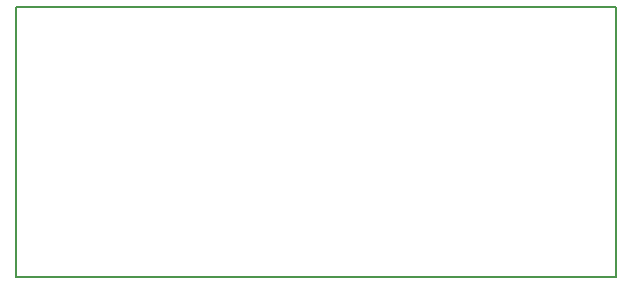
<source format=gbr>
G04 #@! TF.FileFunction,Profile,NP*
%FSLAX46Y46*%
G04 Gerber Fmt 4.6, Leading zero omitted, Abs format (unit mm)*
G04 Created by KiCad (PCBNEW 4.0.6) date Wednesday, June 21, 2017 'PMt' 08:53:47 PM*
%MOMM*%
%LPD*%
G01*
G04 APERTURE LIST*
%ADD10C,0.100000*%
%ADD11C,0.150000*%
G04 APERTURE END LIST*
D10*
D11*
X134620000Y-86360000D02*
X134620000Y-109220000D01*
X134620000Y-109220000D02*
X83820000Y-109220000D01*
X83820000Y-86360000D02*
X134620000Y-86360000D01*
X83820000Y-109220000D02*
X83820000Y-86360000D01*
M02*

</source>
